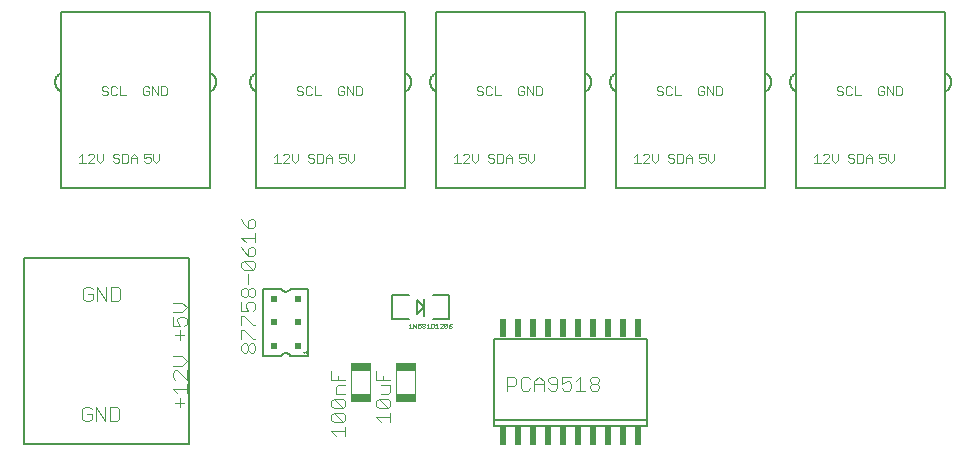
<source format=gto>
G75*
G70*
%OFA0B0*%
%FSLAX24Y24*%
%IPPOS*%
%LPD*%
%AMOC8*
5,1,8,0,0,1.08239X$1,22.5*
%
%ADD10C,0.0080*%
%ADD11C,0.0010*%
%ADD12C,0.0040*%
%ADD13R,0.0193X0.0598*%
%ADD14C,0.0050*%
%ADD15R,0.0669X0.0295*%
%ADD16R,0.0197X0.0197*%
D10*
X008943Y005478D02*
X008955Y005499D01*
X008970Y005518D01*
X008987Y005536D01*
X009007Y005550D01*
X009029Y005562D01*
X009052Y005570D01*
X009076Y005575D01*
X009100Y005577D01*
X009124Y005575D01*
X009148Y005570D01*
X009171Y005562D01*
X009193Y005550D01*
X009213Y005536D01*
X009230Y005518D01*
X009245Y005499D01*
X009257Y005478D01*
X009848Y005478D01*
X009848Y007722D01*
X009257Y007722D01*
X009245Y007701D01*
X009230Y007682D01*
X009213Y007664D01*
X009193Y007650D01*
X009171Y007638D01*
X009148Y007630D01*
X009124Y007625D01*
X009100Y007623D01*
X009076Y007625D01*
X009052Y007630D01*
X009029Y007638D01*
X009007Y007650D01*
X008987Y007664D01*
X008970Y007682D01*
X008955Y007701D01*
X008943Y007722D01*
X008352Y007722D01*
X008352Y005478D01*
X008943Y005478D01*
X012655Y006706D02*
X013206Y006706D01*
X013482Y006864D02*
X013718Y007100D01*
X013482Y007336D01*
X013482Y006864D01*
X013718Y006824D02*
X013718Y007100D01*
X013718Y007376D01*
X013994Y007494D02*
X014545Y007494D01*
X014545Y006706D01*
X013994Y006706D01*
X013206Y007494D02*
X012655Y007494D01*
X012655Y006706D01*
X016057Y006057D02*
X021143Y006057D01*
X021143Y003340D01*
X021143Y003143D01*
X016057Y003143D01*
X016057Y003340D01*
X021143Y003340D01*
X016057Y003340D02*
X016057Y006057D01*
X014110Y011078D02*
X019090Y011078D01*
X019090Y014305D01*
X019090Y014895D01*
X019090Y016943D01*
X014110Y016943D01*
X014110Y014895D01*
X014110Y011078D01*
X013090Y011078D02*
X013090Y014305D01*
X013090Y014895D01*
X013090Y016943D01*
X008110Y016943D01*
X008110Y014895D01*
X008110Y011078D01*
X013090Y011078D01*
X013090Y014305D02*
X013121Y014319D01*
X013150Y014337D01*
X013177Y014358D01*
X013201Y014382D01*
X013223Y014408D01*
X013242Y014437D01*
X013258Y014467D01*
X013271Y014499D01*
X013280Y014532D01*
X013285Y014566D01*
X013287Y014600D01*
X013285Y014634D01*
X013280Y014668D01*
X013271Y014701D01*
X013258Y014733D01*
X013242Y014763D01*
X013223Y014792D01*
X013201Y014818D01*
X013177Y014842D01*
X013150Y014863D01*
X013121Y014881D01*
X013090Y014895D01*
X014110Y014895D02*
X014079Y014881D01*
X014050Y014863D01*
X014023Y014842D01*
X013999Y014818D01*
X013977Y014792D01*
X013958Y014763D01*
X013942Y014733D01*
X013929Y014701D01*
X013920Y014668D01*
X013915Y014634D01*
X013913Y014600D01*
X013915Y014566D01*
X013920Y014532D01*
X013929Y014499D01*
X013942Y014467D01*
X013958Y014437D01*
X013977Y014408D01*
X013999Y014382D01*
X014023Y014358D01*
X014050Y014337D01*
X014079Y014319D01*
X014110Y014305D01*
X019090Y014305D02*
X019121Y014319D01*
X019150Y014337D01*
X019177Y014358D01*
X019201Y014382D01*
X019223Y014408D01*
X019242Y014437D01*
X019258Y014467D01*
X019271Y014499D01*
X019280Y014532D01*
X019285Y014566D01*
X019287Y014600D01*
X019285Y014634D01*
X019280Y014668D01*
X019271Y014701D01*
X019258Y014733D01*
X019242Y014763D01*
X019223Y014792D01*
X019201Y014818D01*
X019177Y014842D01*
X019150Y014863D01*
X019121Y014881D01*
X019090Y014895D01*
X020110Y014895D02*
X020110Y011078D01*
X025090Y011078D01*
X025090Y014305D01*
X025090Y014895D01*
X025090Y016943D01*
X020110Y016943D01*
X020110Y014895D01*
X020079Y014881D01*
X020050Y014863D01*
X020023Y014842D01*
X019999Y014818D01*
X019977Y014792D01*
X019958Y014763D01*
X019942Y014733D01*
X019929Y014701D01*
X019920Y014668D01*
X019915Y014634D01*
X019913Y014600D01*
X019915Y014566D01*
X019920Y014532D01*
X019929Y014499D01*
X019942Y014467D01*
X019958Y014437D01*
X019977Y014408D01*
X019999Y014382D01*
X020023Y014358D01*
X020050Y014337D01*
X020079Y014319D01*
X020110Y014305D01*
X025090Y014305D02*
X025121Y014319D01*
X025150Y014337D01*
X025177Y014358D01*
X025201Y014382D01*
X025223Y014408D01*
X025242Y014437D01*
X025258Y014467D01*
X025271Y014499D01*
X025280Y014532D01*
X025285Y014566D01*
X025287Y014600D01*
X025285Y014634D01*
X025280Y014668D01*
X025271Y014701D01*
X025258Y014733D01*
X025242Y014763D01*
X025223Y014792D01*
X025201Y014818D01*
X025177Y014842D01*
X025150Y014863D01*
X025121Y014881D01*
X025090Y014895D01*
X026110Y014895D02*
X026110Y011078D01*
X031090Y011078D01*
X031090Y014305D01*
X031090Y014895D01*
X031090Y016943D01*
X026110Y016943D01*
X026110Y014895D01*
X026079Y014881D01*
X026050Y014863D01*
X026023Y014842D01*
X025999Y014818D01*
X025977Y014792D01*
X025958Y014763D01*
X025942Y014733D01*
X025929Y014701D01*
X025920Y014668D01*
X025915Y014634D01*
X025913Y014600D01*
X025915Y014566D01*
X025920Y014532D01*
X025929Y014499D01*
X025942Y014467D01*
X025958Y014437D01*
X025977Y014408D01*
X025999Y014382D01*
X026023Y014358D01*
X026050Y014337D01*
X026079Y014319D01*
X026110Y014305D01*
X031090Y014305D02*
X031121Y014319D01*
X031150Y014337D01*
X031177Y014358D01*
X031201Y014382D01*
X031223Y014408D01*
X031242Y014437D01*
X031258Y014467D01*
X031271Y014499D01*
X031280Y014532D01*
X031285Y014566D01*
X031287Y014600D01*
X031285Y014634D01*
X031280Y014668D01*
X031271Y014701D01*
X031258Y014733D01*
X031242Y014763D01*
X031223Y014792D01*
X031201Y014818D01*
X031177Y014842D01*
X031150Y014863D01*
X031121Y014881D01*
X031090Y014895D01*
X008110Y014895D02*
X008079Y014881D01*
X008050Y014863D01*
X008023Y014842D01*
X007999Y014818D01*
X007977Y014792D01*
X007958Y014763D01*
X007942Y014733D01*
X007929Y014701D01*
X007920Y014668D01*
X007915Y014634D01*
X007913Y014600D01*
X007915Y014566D01*
X007920Y014532D01*
X007929Y014499D01*
X007942Y014467D01*
X007958Y014437D01*
X007977Y014408D01*
X007999Y014382D01*
X008023Y014358D01*
X008050Y014337D01*
X008079Y014319D01*
X008110Y014305D01*
X006590Y014305D02*
X006590Y014895D01*
X006590Y016943D01*
X001610Y016943D01*
X001610Y014895D01*
X001610Y011078D01*
X006590Y011078D01*
X006590Y014305D01*
X006621Y014319D01*
X006650Y014337D01*
X006677Y014358D01*
X006701Y014382D01*
X006723Y014408D01*
X006742Y014437D01*
X006758Y014467D01*
X006771Y014499D01*
X006780Y014532D01*
X006785Y014566D01*
X006787Y014600D01*
X006785Y014634D01*
X006780Y014668D01*
X006771Y014701D01*
X006758Y014733D01*
X006742Y014763D01*
X006723Y014792D01*
X006701Y014818D01*
X006677Y014842D01*
X006650Y014863D01*
X006621Y014881D01*
X006590Y014895D01*
X001610Y014895D02*
X001579Y014881D01*
X001550Y014863D01*
X001523Y014842D01*
X001499Y014818D01*
X001477Y014792D01*
X001458Y014763D01*
X001442Y014733D01*
X001429Y014701D01*
X001420Y014668D01*
X001415Y014634D01*
X001413Y014600D01*
X001415Y014566D01*
X001420Y014532D01*
X001429Y014499D01*
X001442Y014467D01*
X001458Y014437D01*
X001477Y014408D01*
X001499Y014382D01*
X001523Y014358D01*
X001550Y014337D01*
X001579Y014319D01*
X001610Y014305D01*
D11*
X002971Y014367D02*
X003023Y014315D01*
X003126Y014315D01*
X003178Y014263D01*
X003178Y014212D01*
X003126Y014160D01*
X003023Y014160D01*
X002971Y014212D01*
X002971Y014367D02*
X002971Y014419D01*
X003023Y014470D01*
X003126Y014470D01*
X003178Y014419D01*
X003266Y014419D02*
X003266Y014212D01*
X003317Y014160D01*
X003421Y014160D01*
X003473Y014212D01*
X003560Y014160D02*
X003767Y014160D01*
X003560Y014160D02*
X003560Y014470D01*
X003473Y014419D02*
X003421Y014470D01*
X003317Y014470D01*
X003266Y014419D01*
X004346Y014419D02*
X004346Y014212D01*
X004398Y014160D01*
X004501Y014160D01*
X004553Y014212D01*
X004553Y014315D01*
X004449Y014315D01*
X004346Y014419D02*
X004398Y014470D01*
X004501Y014470D01*
X004553Y014419D01*
X004641Y014470D02*
X004641Y014160D01*
X004848Y014160D02*
X004848Y014470D01*
X004935Y014470D02*
X005090Y014470D01*
X005142Y014419D01*
X005142Y014212D01*
X005090Y014160D01*
X004935Y014160D01*
X004935Y014470D01*
X004641Y014470D02*
X004848Y014160D01*
X004892Y012220D02*
X004892Y012013D01*
X004789Y011910D01*
X004685Y012013D01*
X004685Y012220D01*
X004598Y012220D02*
X004391Y012220D01*
X004391Y012065D01*
X004494Y012117D01*
X004546Y012117D01*
X004598Y012065D01*
X004598Y011962D01*
X004546Y011910D01*
X004442Y011910D01*
X004391Y011962D01*
X004142Y011910D02*
X004142Y012117D01*
X004039Y012220D01*
X003935Y012117D01*
X003935Y011910D01*
X003848Y011962D02*
X003848Y012169D01*
X003796Y012220D01*
X003641Y012220D01*
X003641Y011910D01*
X003796Y011910D01*
X003848Y011962D01*
X003935Y012065D02*
X004142Y012065D01*
X003553Y012013D02*
X003553Y011962D01*
X003501Y011910D01*
X003398Y011910D01*
X003346Y011962D01*
X003398Y012065D02*
X003501Y012065D01*
X003553Y012013D01*
X003553Y012169D02*
X003501Y012220D01*
X003398Y012220D01*
X003346Y012169D01*
X003346Y012117D01*
X003398Y012065D01*
X003017Y012013D02*
X002914Y011910D01*
X002810Y012013D01*
X002810Y012220D01*
X002723Y012169D02*
X002671Y012220D01*
X002567Y012220D01*
X002516Y012169D01*
X002324Y012220D02*
X002324Y011910D01*
X002221Y011910D02*
X002428Y011910D01*
X002516Y011910D02*
X002723Y012117D01*
X002723Y012169D01*
X003017Y012220D02*
X003017Y012013D01*
X002723Y011910D02*
X002516Y011910D01*
X002221Y012117D02*
X002324Y012220D01*
X008721Y012117D02*
X008824Y012220D01*
X008824Y011910D01*
X008721Y011910D02*
X008928Y011910D01*
X009016Y011910D02*
X009223Y012117D01*
X009223Y012169D01*
X009171Y012220D01*
X009067Y012220D01*
X009016Y012169D01*
X009310Y012220D02*
X009310Y012013D01*
X009414Y011910D01*
X009517Y012013D01*
X009517Y012220D01*
X009846Y012169D02*
X009846Y012117D01*
X009898Y012065D01*
X010001Y012065D01*
X010053Y012013D01*
X010053Y011962D01*
X010001Y011910D01*
X009898Y011910D01*
X009846Y011962D01*
X009846Y012169D02*
X009898Y012220D01*
X010001Y012220D01*
X010053Y012169D01*
X010141Y012220D02*
X010296Y012220D01*
X010348Y012169D01*
X010348Y011962D01*
X010296Y011910D01*
X010141Y011910D01*
X010141Y012220D01*
X010435Y012117D02*
X010539Y012220D01*
X010642Y012117D01*
X010642Y011910D01*
X010642Y012065D02*
X010435Y012065D01*
X010435Y012117D02*
X010435Y011910D01*
X010891Y011962D02*
X010942Y011910D01*
X011046Y011910D01*
X011098Y011962D01*
X011098Y012065D01*
X011046Y012117D01*
X010994Y012117D01*
X010891Y012065D01*
X010891Y012220D01*
X011098Y012220D01*
X011185Y012220D02*
X011185Y012013D01*
X011289Y011910D01*
X011392Y012013D01*
X011392Y012220D01*
X009223Y011910D02*
X009016Y011910D01*
X009523Y014160D02*
X009471Y014212D01*
X009523Y014160D02*
X009626Y014160D01*
X009678Y014212D01*
X009678Y014263D01*
X009626Y014315D01*
X009523Y014315D01*
X009471Y014367D01*
X009471Y014419D01*
X009523Y014470D01*
X009626Y014470D01*
X009678Y014419D01*
X009766Y014419D02*
X009766Y014212D01*
X009817Y014160D01*
X009921Y014160D01*
X009973Y014212D01*
X010060Y014160D02*
X010267Y014160D01*
X010060Y014160D02*
X010060Y014470D01*
X009973Y014419D02*
X009921Y014470D01*
X009817Y014470D01*
X009766Y014419D01*
X010846Y014419D02*
X010846Y014212D01*
X010898Y014160D01*
X011001Y014160D01*
X011053Y014212D01*
X011053Y014315D01*
X010949Y014315D01*
X010846Y014419D02*
X010898Y014470D01*
X011001Y014470D01*
X011053Y014419D01*
X011141Y014470D02*
X011141Y014160D01*
X011348Y014160D02*
X011348Y014470D01*
X011435Y014470D02*
X011590Y014470D01*
X011642Y014419D01*
X011642Y014212D01*
X011590Y014160D01*
X011435Y014160D01*
X011435Y014470D01*
X011141Y014470D02*
X011348Y014160D01*
X014721Y012117D02*
X014824Y012220D01*
X014824Y011910D01*
X014721Y011910D02*
X014928Y011910D01*
X015016Y011910D02*
X015223Y012117D01*
X015223Y012169D01*
X015171Y012220D01*
X015067Y012220D01*
X015016Y012169D01*
X015310Y012220D02*
X015310Y012013D01*
X015414Y011910D01*
X015517Y012013D01*
X015517Y012220D01*
X015846Y012169D02*
X015846Y012117D01*
X015898Y012065D01*
X016001Y012065D01*
X016053Y012013D01*
X016053Y011962D01*
X016001Y011910D01*
X015898Y011910D01*
X015846Y011962D01*
X015846Y012169D02*
X015898Y012220D01*
X016001Y012220D01*
X016053Y012169D01*
X016141Y012220D02*
X016296Y012220D01*
X016348Y012169D01*
X016348Y011962D01*
X016296Y011910D01*
X016141Y011910D01*
X016141Y012220D01*
X016435Y012117D02*
X016539Y012220D01*
X016642Y012117D01*
X016642Y011910D01*
X016642Y012065D02*
X016435Y012065D01*
X016435Y012117D02*
X016435Y011910D01*
X016891Y011962D02*
X016942Y011910D01*
X017046Y011910D01*
X017098Y011962D01*
X017098Y012065D01*
X017046Y012117D01*
X016994Y012117D01*
X016891Y012065D01*
X016891Y012220D01*
X017098Y012220D01*
X017185Y012220D02*
X017185Y012013D01*
X017289Y011910D01*
X017392Y012013D01*
X017392Y012220D01*
X015223Y011910D02*
X015016Y011910D01*
X015523Y014160D02*
X015471Y014212D01*
X015523Y014160D02*
X015626Y014160D01*
X015678Y014212D01*
X015678Y014263D01*
X015626Y014315D01*
X015523Y014315D01*
X015471Y014367D01*
X015471Y014419D01*
X015523Y014470D01*
X015626Y014470D01*
X015678Y014419D01*
X015766Y014419D02*
X015766Y014212D01*
X015817Y014160D01*
X015921Y014160D01*
X015973Y014212D01*
X016060Y014160D02*
X016267Y014160D01*
X016060Y014160D02*
X016060Y014470D01*
X015973Y014419D02*
X015921Y014470D01*
X015817Y014470D01*
X015766Y014419D01*
X016846Y014419D02*
X016846Y014212D01*
X016898Y014160D01*
X017001Y014160D01*
X017053Y014212D01*
X017053Y014315D01*
X016949Y014315D01*
X016846Y014419D02*
X016898Y014470D01*
X017001Y014470D01*
X017053Y014419D01*
X017141Y014470D02*
X017348Y014160D01*
X017348Y014470D01*
X017435Y014470D02*
X017590Y014470D01*
X017642Y014419D01*
X017642Y014212D01*
X017590Y014160D01*
X017435Y014160D01*
X017435Y014470D01*
X017141Y014470D02*
X017141Y014160D01*
X020721Y012117D02*
X020824Y012220D01*
X020824Y011910D01*
X020721Y011910D02*
X020928Y011910D01*
X021016Y011910D02*
X021223Y012117D01*
X021223Y012169D01*
X021171Y012220D01*
X021067Y012220D01*
X021016Y012169D01*
X021310Y012220D02*
X021310Y012013D01*
X021414Y011910D01*
X021517Y012013D01*
X021517Y012220D01*
X021846Y012169D02*
X021846Y012117D01*
X021898Y012065D01*
X022001Y012065D01*
X022053Y012013D01*
X022053Y011962D01*
X022001Y011910D01*
X021898Y011910D01*
X021846Y011962D01*
X021846Y012169D02*
X021898Y012220D01*
X022001Y012220D01*
X022053Y012169D01*
X022141Y012220D02*
X022296Y012220D01*
X022348Y012169D01*
X022348Y011962D01*
X022296Y011910D01*
X022141Y011910D01*
X022141Y012220D01*
X022435Y012117D02*
X022539Y012220D01*
X022642Y012117D01*
X022642Y011910D01*
X022642Y012065D02*
X022435Y012065D01*
X022435Y012117D02*
X022435Y011910D01*
X022891Y011962D02*
X022942Y011910D01*
X023046Y011910D01*
X023098Y011962D01*
X023098Y012065D01*
X023046Y012117D01*
X022994Y012117D01*
X022891Y012065D01*
X022891Y012220D01*
X023098Y012220D01*
X023185Y012220D02*
X023185Y012013D01*
X023289Y011910D01*
X023392Y012013D01*
X023392Y012220D01*
X021223Y011910D02*
X021016Y011910D01*
X021523Y014160D02*
X021471Y014212D01*
X021523Y014160D02*
X021626Y014160D01*
X021678Y014212D01*
X021678Y014263D01*
X021626Y014315D01*
X021523Y014315D01*
X021471Y014367D01*
X021471Y014419D01*
X021523Y014470D01*
X021626Y014470D01*
X021678Y014419D01*
X021766Y014419D02*
X021766Y014212D01*
X021817Y014160D01*
X021921Y014160D01*
X021973Y014212D01*
X022060Y014160D02*
X022267Y014160D01*
X022060Y014160D02*
X022060Y014470D01*
X021973Y014419D02*
X021921Y014470D01*
X021817Y014470D01*
X021766Y014419D01*
X022846Y014419D02*
X022846Y014212D01*
X022898Y014160D01*
X023001Y014160D01*
X023053Y014212D01*
X023053Y014315D01*
X022949Y014315D01*
X022846Y014419D02*
X022898Y014470D01*
X023001Y014470D01*
X023053Y014419D01*
X023141Y014470D02*
X023141Y014160D01*
X023348Y014160D02*
X023348Y014470D01*
X023435Y014470D02*
X023590Y014470D01*
X023642Y014419D01*
X023642Y014212D01*
X023590Y014160D01*
X023435Y014160D01*
X023435Y014470D01*
X023141Y014470D02*
X023348Y014160D01*
X026721Y012117D02*
X026824Y012220D01*
X026824Y011910D01*
X026721Y011910D02*
X026928Y011910D01*
X027016Y011910D02*
X027223Y012117D01*
X027223Y012169D01*
X027171Y012220D01*
X027067Y012220D01*
X027016Y012169D01*
X027310Y012220D02*
X027310Y012013D01*
X027414Y011910D01*
X027517Y012013D01*
X027517Y012220D01*
X027846Y012169D02*
X027846Y012117D01*
X027898Y012065D01*
X028001Y012065D01*
X028053Y012013D01*
X028053Y011962D01*
X028001Y011910D01*
X027898Y011910D01*
X027846Y011962D01*
X027846Y012169D02*
X027898Y012220D01*
X028001Y012220D01*
X028053Y012169D01*
X028141Y012220D02*
X028296Y012220D01*
X028348Y012169D01*
X028348Y011962D01*
X028296Y011910D01*
X028141Y011910D01*
X028141Y012220D01*
X028435Y012117D02*
X028539Y012220D01*
X028642Y012117D01*
X028642Y011910D01*
X028642Y012065D02*
X028435Y012065D01*
X028435Y012117D02*
X028435Y011910D01*
X028891Y011962D02*
X028942Y011910D01*
X029046Y011910D01*
X029098Y011962D01*
X029098Y012065D01*
X029046Y012117D01*
X028994Y012117D01*
X028891Y012065D01*
X028891Y012220D01*
X029098Y012220D01*
X029185Y012220D02*
X029185Y012013D01*
X029289Y011910D01*
X029392Y012013D01*
X029392Y012220D01*
X027223Y011910D02*
X027016Y011910D01*
X027523Y014160D02*
X027471Y014212D01*
X027523Y014160D02*
X027626Y014160D01*
X027678Y014212D01*
X027678Y014263D01*
X027626Y014315D01*
X027523Y014315D01*
X027471Y014367D01*
X027471Y014419D01*
X027523Y014470D01*
X027626Y014470D01*
X027678Y014419D01*
X027766Y014419D02*
X027766Y014212D01*
X027817Y014160D01*
X027921Y014160D01*
X027973Y014212D01*
X028060Y014160D02*
X028267Y014160D01*
X028060Y014160D02*
X028060Y014470D01*
X027973Y014419D02*
X027921Y014470D01*
X027817Y014470D01*
X027766Y014419D01*
X028846Y014419D02*
X028846Y014212D01*
X028898Y014160D01*
X029001Y014160D01*
X029053Y014212D01*
X029053Y014315D01*
X028949Y014315D01*
X028846Y014419D02*
X028898Y014470D01*
X029001Y014470D01*
X029053Y014419D01*
X029141Y014470D02*
X029141Y014160D01*
X029348Y014160D02*
X029348Y014470D01*
X029435Y014470D02*
X029590Y014470D01*
X029642Y014419D01*
X029642Y014212D01*
X029590Y014160D01*
X029435Y014160D01*
X029435Y014470D01*
X029141Y014470D02*
X029348Y014160D01*
X014631Y006555D02*
X014581Y006530D01*
X014531Y006480D01*
X014606Y006480D01*
X014631Y006455D01*
X014631Y006430D01*
X014606Y006405D01*
X014556Y006405D01*
X014531Y006430D01*
X014531Y006480D01*
X014484Y006530D02*
X014484Y006430D01*
X014459Y006405D01*
X014409Y006405D01*
X014384Y006430D01*
X014484Y006530D01*
X014459Y006555D01*
X014409Y006555D01*
X014384Y006530D01*
X014384Y006430D01*
X014336Y006405D02*
X014236Y006405D01*
X014336Y006505D01*
X014336Y006530D01*
X014311Y006555D01*
X014261Y006555D01*
X014236Y006530D01*
X014139Y006555D02*
X014139Y006405D01*
X014089Y006405D02*
X014189Y006405D01*
X014089Y006505D02*
X014139Y006555D01*
X014042Y006530D02*
X014017Y006555D01*
X013942Y006555D01*
X013942Y006405D01*
X014017Y006405D01*
X014042Y006430D01*
X014042Y006530D01*
X013894Y006405D02*
X013794Y006405D01*
X013844Y006405D02*
X013844Y006555D01*
X013794Y006505D01*
X013747Y006505D02*
X013722Y006480D01*
X013672Y006480D01*
X013647Y006505D01*
X013647Y006530D01*
X013672Y006555D01*
X013722Y006555D01*
X013747Y006530D01*
X013747Y006505D01*
X013722Y006480D02*
X013747Y006455D01*
X013747Y006430D01*
X013722Y006405D01*
X013672Y006405D01*
X013647Y006430D01*
X013647Y006455D01*
X013672Y006480D01*
X013600Y006480D02*
X013600Y006430D01*
X013575Y006405D01*
X013525Y006405D01*
X013500Y006430D01*
X013500Y006480D02*
X013550Y006505D01*
X013575Y006505D01*
X013600Y006480D01*
X013600Y006555D02*
X013500Y006555D01*
X013500Y006480D01*
X013452Y006405D02*
X013452Y006555D01*
X013352Y006555D02*
X013452Y006405D01*
X013352Y006405D02*
X013352Y006555D01*
X013255Y006555D02*
X013255Y006405D01*
X013205Y006405D02*
X013305Y006405D01*
X013205Y006505D02*
X013255Y006555D01*
X009784Y005635D02*
X009784Y005562D01*
X009784Y005598D02*
X009674Y005598D01*
X009711Y005562D01*
D12*
X010620Y004967D02*
X010620Y004660D01*
X011080Y004660D01*
X011080Y004506D02*
X010850Y004506D01*
X010773Y004429D01*
X010773Y004199D01*
X011080Y004199D01*
X011003Y004046D02*
X010696Y004046D01*
X011003Y003739D01*
X011080Y003816D01*
X011080Y003969D01*
X011003Y004046D01*
X010696Y004046D02*
X010620Y003969D01*
X010620Y003816D01*
X010696Y003739D01*
X011003Y003739D01*
X011003Y003585D02*
X010696Y003585D01*
X011003Y003278D01*
X011080Y003355D01*
X011080Y003509D01*
X011003Y003585D01*
X011003Y003278D02*
X010696Y003278D01*
X010620Y003355D01*
X010620Y003509D01*
X010696Y003585D01*
X011080Y003125D02*
X011080Y002818D01*
X011080Y002971D02*
X010620Y002971D01*
X010773Y002818D01*
X012120Y003432D02*
X012580Y003432D01*
X012580Y003585D02*
X012580Y003278D01*
X012273Y003278D02*
X012120Y003432D01*
X012196Y003739D02*
X012120Y003816D01*
X012120Y003969D01*
X012196Y004046D01*
X012503Y003739D01*
X012580Y003816D01*
X012580Y003969D01*
X012503Y004046D01*
X012196Y004046D01*
X012273Y004199D02*
X012503Y004199D01*
X012580Y004276D01*
X012580Y004506D01*
X012273Y004506D01*
X012350Y004660D02*
X012350Y004813D01*
X012580Y004660D02*
X012120Y004660D01*
X012120Y004967D01*
X011910Y004980D02*
X011910Y004220D01*
X011290Y004220D02*
X011290Y004980D01*
X010850Y004813D02*
X010850Y004660D01*
X012196Y003739D02*
X012503Y003739D01*
X012790Y004220D02*
X012790Y004980D01*
X013410Y004980D02*
X013410Y004220D01*
X016470Y004320D02*
X016470Y004780D01*
X016700Y004780D01*
X016777Y004704D01*
X016777Y004550D01*
X016700Y004473D01*
X016470Y004473D01*
X016930Y004397D02*
X017007Y004320D01*
X017161Y004320D01*
X017237Y004397D01*
X017391Y004320D02*
X017391Y004627D01*
X017544Y004780D01*
X017698Y004627D01*
X017698Y004320D01*
X017851Y004397D02*
X017928Y004320D01*
X018081Y004320D01*
X018158Y004397D01*
X018158Y004704D01*
X018081Y004780D01*
X017928Y004780D01*
X017851Y004704D01*
X017851Y004627D01*
X017928Y004550D01*
X018158Y004550D01*
X018312Y004550D02*
X018465Y004627D01*
X018542Y004627D01*
X018618Y004550D01*
X018618Y004397D01*
X018542Y004320D01*
X018388Y004320D01*
X018312Y004397D01*
X018312Y004550D02*
X018312Y004780D01*
X018618Y004780D01*
X018772Y004627D02*
X018925Y004780D01*
X018925Y004320D01*
X018772Y004320D02*
X019079Y004320D01*
X019232Y004397D02*
X019309Y004320D01*
X019463Y004320D01*
X019539Y004397D01*
X019539Y004473D01*
X019463Y004550D01*
X019309Y004550D01*
X019232Y004627D01*
X019232Y004704D01*
X019309Y004780D01*
X019463Y004780D01*
X019539Y004704D01*
X019539Y004627D01*
X019463Y004550D01*
X019309Y004550D02*
X019232Y004473D01*
X019232Y004397D01*
X017698Y004550D02*
X017391Y004550D01*
X017237Y004704D02*
X017161Y004780D01*
X017007Y004780D01*
X016930Y004704D01*
X016930Y004397D01*
X008080Y005665D02*
X008003Y005589D01*
X007927Y005589D01*
X007850Y005665D01*
X007850Y005819D01*
X007927Y005895D01*
X008003Y005895D01*
X008080Y005819D01*
X008080Y005665D01*
X007850Y005665D02*
X007773Y005589D01*
X007696Y005589D01*
X007620Y005665D01*
X007620Y005819D01*
X007696Y005895D01*
X007773Y005895D01*
X007850Y005819D01*
X008003Y006049D02*
X008080Y006049D01*
X008003Y006049D02*
X007696Y006356D01*
X007620Y006356D01*
X007620Y006049D01*
X007620Y006509D02*
X007620Y006816D01*
X007696Y006816D01*
X008003Y006509D01*
X008080Y006509D01*
X008003Y006970D02*
X008080Y007046D01*
X008080Y007200D01*
X008003Y007277D01*
X007850Y007277D01*
X007773Y007200D01*
X007773Y007123D01*
X007850Y006970D01*
X007620Y006970D01*
X007620Y007277D01*
X007696Y007430D02*
X007773Y007430D01*
X007850Y007507D01*
X007850Y007660D01*
X007927Y007737D01*
X008003Y007737D01*
X008080Y007660D01*
X008080Y007507D01*
X008003Y007430D01*
X007927Y007430D01*
X007850Y007507D01*
X007850Y007660D02*
X007773Y007737D01*
X007696Y007737D01*
X007620Y007660D01*
X007620Y007507D01*
X007696Y007430D01*
X007850Y007890D02*
X007850Y008197D01*
X008003Y008351D02*
X007696Y008351D01*
X007620Y008428D01*
X007620Y008581D01*
X007696Y008658D01*
X008003Y008351D01*
X008080Y008428D01*
X008080Y008581D01*
X008003Y008658D01*
X007696Y008658D01*
X007850Y008811D02*
X007850Y009041D01*
X007927Y009118D01*
X008003Y009118D01*
X008080Y009041D01*
X008080Y008888D01*
X008003Y008811D01*
X007850Y008811D01*
X007696Y008965D01*
X007620Y009118D01*
X007773Y009272D02*
X007620Y009425D01*
X008080Y009425D01*
X008080Y009272D02*
X008080Y009579D01*
X008003Y009732D02*
X008080Y009809D01*
X008080Y009962D01*
X008003Y010039D01*
X007927Y010039D01*
X007850Y009962D01*
X007850Y009732D01*
X008003Y009732D01*
X007850Y009732D02*
X007696Y009885D01*
X007620Y010039D01*
X003584Y007693D02*
X003507Y007769D01*
X003277Y007769D01*
X003277Y007309D01*
X003507Y007309D01*
X003584Y007386D01*
X003584Y007693D01*
X003123Y007769D02*
X003123Y007309D01*
X002816Y007769D01*
X002816Y007309D01*
X002663Y007386D02*
X002663Y007539D01*
X002509Y007539D01*
X002356Y007386D02*
X002433Y007309D01*
X002586Y007309D01*
X002663Y007386D01*
X002356Y007386D02*
X002356Y007693D01*
X002433Y007769D01*
X002586Y007769D01*
X002663Y007693D01*
X005335Y007247D02*
X005642Y007247D01*
X005796Y007094D01*
X005642Y006940D01*
X005335Y006940D01*
X005335Y006787D02*
X005335Y006480D01*
X005565Y006480D01*
X005489Y006633D01*
X005489Y006710D01*
X005565Y006787D01*
X005719Y006787D01*
X005796Y006710D01*
X005796Y006557D01*
X005719Y006480D01*
X005565Y006327D02*
X005565Y006020D01*
X005412Y006173D02*
X005719Y006173D01*
X005642Y005459D02*
X005335Y005459D01*
X005642Y005459D02*
X005796Y005305D01*
X005642Y005152D01*
X005335Y005152D01*
X005412Y004998D02*
X005335Y004922D01*
X005335Y004768D01*
X005412Y004691D01*
X005335Y004384D02*
X005796Y004384D01*
X005796Y004231D02*
X005796Y004538D01*
X005796Y004691D02*
X005489Y004998D01*
X005412Y004998D01*
X005796Y004998D02*
X005796Y004691D01*
X005489Y004231D02*
X005335Y004384D01*
X005565Y004078D02*
X005565Y003771D01*
X005412Y003924D02*
X005719Y003924D01*
X003549Y003693D02*
X003549Y003386D01*
X003472Y003309D01*
X003242Y003309D01*
X003242Y003769D01*
X003472Y003769D01*
X003549Y003693D01*
X003089Y003769D02*
X003089Y003309D01*
X002782Y003769D01*
X002782Y003309D01*
X002628Y003386D02*
X002628Y003539D01*
X002475Y003539D01*
X002628Y003386D02*
X002552Y003309D01*
X002398Y003309D01*
X002321Y003386D01*
X002321Y003693D01*
X002398Y003769D01*
X002552Y003769D01*
X002628Y003693D01*
D13*
X016350Y002805D03*
X016850Y002805D03*
X017350Y002805D03*
X017850Y002805D03*
X018350Y002805D03*
X018850Y002805D03*
X019350Y002805D03*
X019850Y002805D03*
X020350Y002805D03*
X020850Y002805D03*
X020850Y006395D03*
X020350Y006395D03*
X019850Y006395D03*
X019350Y006395D03*
X018850Y006395D03*
X018350Y006395D03*
X017850Y006395D03*
X017350Y006395D03*
X016850Y006395D03*
X016350Y006395D03*
D14*
X005887Y002529D02*
X000376Y002529D01*
X000376Y008750D01*
X005887Y008750D01*
X005887Y002529D01*
D15*
X011600Y004078D03*
X013100Y004078D03*
X013100Y005122D03*
X011600Y005122D03*
D16*
X009494Y005813D03*
X008706Y005813D03*
X008706Y006600D03*
X009494Y006600D03*
X009494Y007387D03*
X008706Y007387D03*
M02*

</source>
